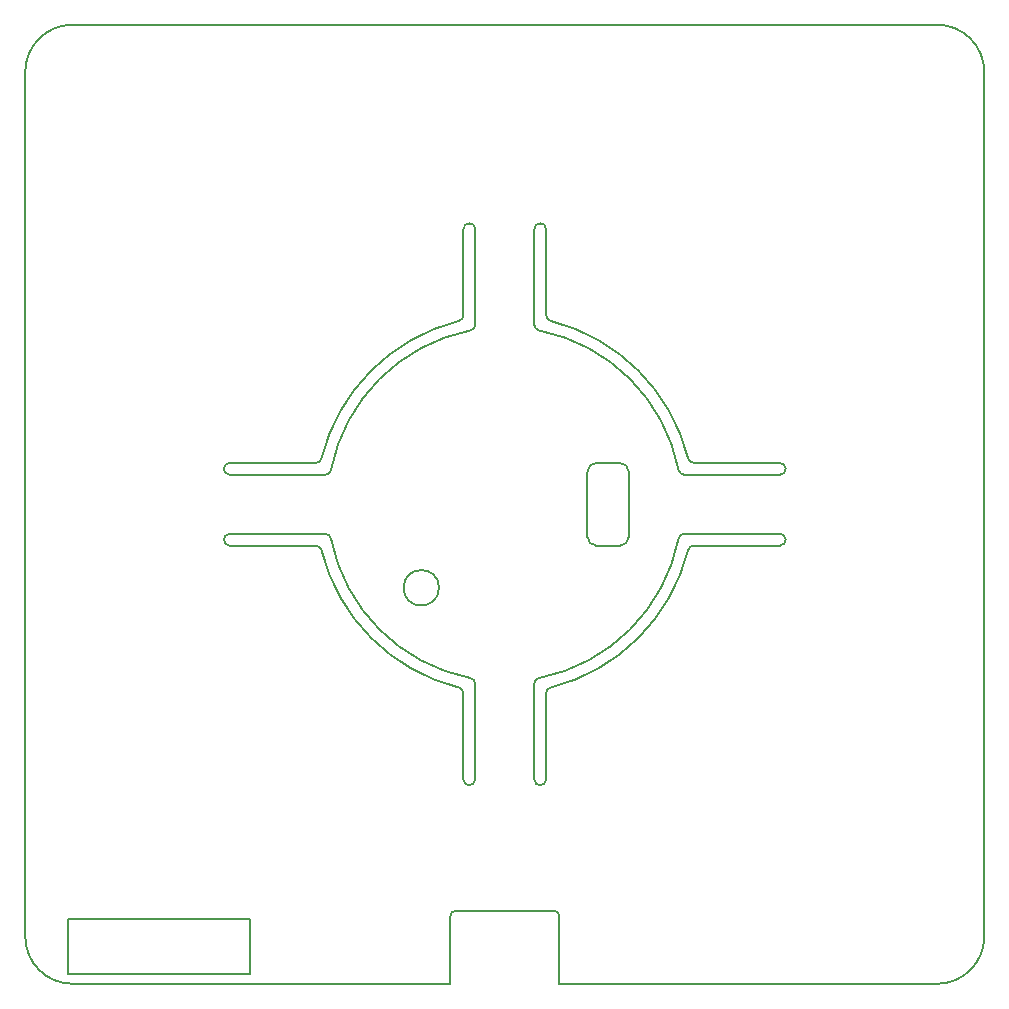
<source format=gbr>
%TF.GenerationSoftware,KiCad,Pcbnew,(6.0.8)*%
%TF.CreationDate,2022-10-28T13:47:00+02:00*%
%TF.ProjectId,view_base,76696577-5f62-4617-9365-2e6b69636164,rev?*%
%TF.SameCoordinates,Original*%
%TF.FileFunction,Profile,NP*%
%FSLAX46Y46*%
G04 Gerber Fmt 4.6, Leading zero omitted, Abs format (unit mm)*
G04 Created by KiCad (PCBNEW (6.0.8)) date 2022-10-28 13:47:00*
%MOMM*%
%LPD*%
G01*
G04 APERTURE LIST*
%TA.AperFunction,Profile*%
%ADD10C,0.200000*%
%TD*%
G04 APERTURE END LIST*
D10*
X97096763Y-85283570D02*
G75*
G03*
X97500001Y-84793094I-81463J477970D01*
G01*
X63000000Y-135150000D02*
X63000000Y-139800000D01*
X78400000Y-135150000D02*
X63000000Y-135150000D01*
X78400000Y-139800000D02*
X78400000Y-135150000D01*
X63000000Y-139800000D02*
X78400000Y-139800000D01*
X84793094Y-102499999D02*
X76709801Y-102499999D01*
X96500000Y-116007810D02*
X96500000Y-123290199D01*
X97500000Y-123290199D02*
X97500001Y-115206906D01*
X103878784Y-115522715D02*
G75*
G03*
X103499999Y-116007810I121216J-485085D01*
G01*
X96500000Y-123290199D02*
G75*
G03*
X97500000Y-123290199I500000J0D01*
G01*
X102903225Y-114716360D02*
G75*
G03*
X114716360Y-102903226I-2903225J14716360D01*
G01*
X115206906Y-102500006D02*
G75*
G03*
X114716361Y-102903226I-6J-499994D01*
G01*
X103878787Y-115522726D02*
G75*
G03*
X115522725Y-103878788I-3878787J15522726D01*
G01*
X109749999Y-103499999D02*
G75*
G03*
X110499999Y-102750000I1J749999D01*
G01*
X116007810Y-103500011D02*
G75*
G03*
X115522726Y-103878787I-10J-499989D01*
G01*
X110499999Y-102750000D02*
X110499999Y-97250001D01*
X123290199Y-97499999D02*
G75*
G03*
X123290199Y-96500001I1J499999D01*
G01*
X102499999Y-123290199D02*
G75*
G03*
X103499999Y-123290199I500000J0D01*
G01*
X103499999Y-123290199D02*
X103499999Y-116007810D01*
X110499999Y-97250001D02*
G75*
G03*
X109749999Y-96500001I-749999J1D01*
G01*
X109749999Y-96500001D02*
X107749999Y-96500001D01*
X107749999Y-96499999D02*
G75*
G03*
X106999999Y-97250001I1J-750001D01*
G01*
X106999999Y-97250001D02*
X106999999Y-102750000D01*
X94428933Y-107071067D02*
G75*
G03*
X94428933Y-107071067I-1500000J0D01*
G01*
X116007810Y-103500000D02*
X123290199Y-103500000D01*
X107000000Y-102750000D02*
G75*
G03*
X107749999Y-103500000I750000J0D01*
G01*
X114716360Y-97096775D02*
G75*
G03*
X102903226Y-85283640I-14716360J-2903225D01*
G01*
X115206906Y-97500001D02*
X123290199Y-97500001D01*
X84477274Y-103878787D02*
G75*
G03*
X96121212Y-115522725I15522726J3878787D01*
G01*
X114716353Y-97096776D02*
G75*
G03*
X115206906Y-97500002I490547J96776D01*
G01*
X102903224Y-114716353D02*
G75*
G03*
X102499998Y-115206906I96776J-490547D01*
G01*
X136600000Y-140600000D02*
G75*
G03*
X140600000Y-136599999I0J4000000D01*
G01*
X123290199Y-102500000D02*
X115206906Y-102500000D01*
X76709801Y-102500001D02*
G75*
G03*
X76709801Y-103499999I-1J-499999D01*
G01*
X85283640Y-102903225D02*
G75*
G03*
X97096774Y-114716360I14716360J2903225D01*
G01*
X84477285Y-103878784D02*
G75*
G03*
X83992190Y-103499999I-485085J-121216D01*
G01*
X97499995Y-115206906D02*
G75*
G03*
X97096774Y-114716360I-499995J6D01*
G01*
X76709801Y-103499999D02*
X83992190Y-103499999D01*
X102499999Y-115206906D02*
X102499999Y-123290199D01*
X85283647Y-102903224D02*
G75*
G03*
X84793094Y-102499998I-490547J-96776D01*
G01*
X107749999Y-103500000D02*
X109749999Y-103500000D01*
X102500006Y-84793094D02*
G75*
G03*
X102903226Y-85283639I499994J-6D01*
G01*
X123290199Y-96500001D02*
X116007810Y-96500001D01*
X123290199Y-103500000D02*
G75*
G03*
X123290199Y-102500000I1J500000D01*
G01*
X96499989Y-116007810D02*
G75*
G03*
X96121213Y-115522726I-499989J10D01*
G01*
X63400001Y-59400001D02*
G75*
G03*
X59400001Y-63400000I-1J-3999999D01*
G01*
X140600000Y-63400000D02*
G75*
G03*
X136600000Y-59400000I-4000000J0D01*
G01*
X59400001Y-136599999D02*
X59400001Y-63400000D01*
X136600000Y-140599999D02*
X104619999Y-140600000D01*
X95380000Y-140600000D02*
X63400001Y-140599999D01*
X59400001Y-136599999D02*
G75*
G03*
X63400001Y-140599999I3999999J-1D01*
G01*
X140600000Y-63400000D02*
X140600000Y-136599999D01*
X63400001Y-59400000D02*
X136600000Y-59400000D01*
X115522726Y-96121213D02*
G75*
G03*
X103878788Y-84477275I-15522726J-3878787D01*
G01*
X103500011Y-83992190D02*
G75*
G03*
X103878787Y-84477274I499989J-10D01*
G01*
X103500000Y-76709801D02*
G75*
G03*
X102500000Y-76709801I-500000J0D01*
G01*
X83992190Y-96500000D02*
X76709801Y-96500000D01*
X102500000Y-76709801D02*
X102500000Y-84793094D01*
X115522715Y-96121216D02*
G75*
G03*
X116007810Y-96500001I485085J121216D01*
G01*
X97096775Y-85283640D02*
G75*
G03*
X85283640Y-97096774I2903225J-14716360D01*
G01*
X96500001Y-76709801D02*
X96500001Y-83992190D01*
X103500000Y-83992190D02*
X103500000Y-76709801D01*
X76709801Y-97500000D02*
X84793094Y-97500000D01*
X96121216Y-84477285D02*
G75*
G03*
X96500001Y-83992190I-121216J485085D01*
G01*
X96121213Y-84477274D02*
G75*
G03*
X84477275Y-96121212I3878787J-15522726D01*
G01*
X76709801Y-96500000D02*
G75*
G03*
X76709801Y-97500000I-1J-500000D01*
G01*
X84793094Y-97499993D02*
G75*
G03*
X85283638Y-97096775I6J499993D01*
G01*
X97500001Y-84793094D02*
X97500001Y-76709801D01*
X97500001Y-76709801D02*
G75*
G03*
X96500001Y-76709801I-500000J0D01*
G01*
X83992190Y-96499989D02*
G75*
G03*
X84477274Y-96121213I10J499989D01*
G01*
%TO.C,J2*%
X95380000Y-140600000D02*
X95380000Y-134900000D01*
X95880000Y-134400000D02*
X104120000Y-134400000D01*
X104620000Y-140600000D02*
X104620000Y-134900000D01*
X95880000Y-134400000D02*
G75*
G03*
X95380000Y-134900000I1J-500001D01*
G01*
X104620000Y-134900000D02*
G75*
G03*
X104120000Y-134400000I-500000J0D01*
G01*
%TD*%
M02*

</source>
